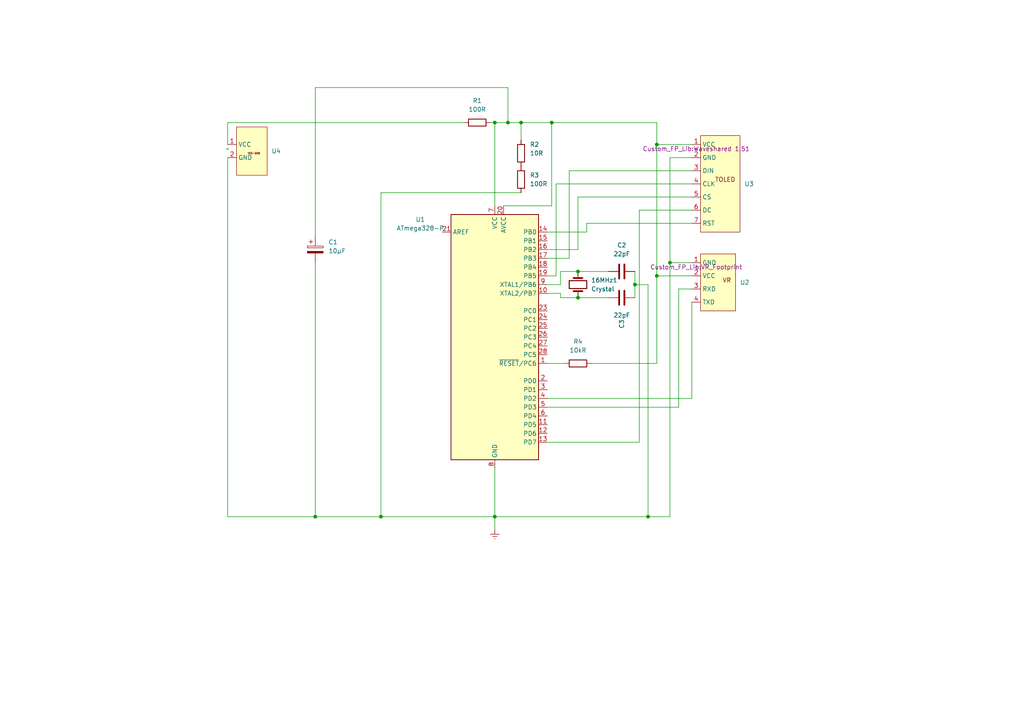
<source format=kicad_sch>
(kicad_sch (version 20230121) (generator eeschema)
  (paper "A4")
  (lib_symbols
    (symbol "Custom_Symbol_Lib:Power-Source"
      (property "Reference" "U" (at 0 0 0))
      (symbol "Power-Source_1_1"
        (rectangle (start 2.54 6.35) (end 11.43 -7.62) (fill (type background)))
        (text "VCC-GND" (at 7.62 -1.27 0) (effects (font (size 0.5 0.5))))
        (pin power_in line (at 0 1.27 0) (length 2.54) (name "VCC") (number "1"))
        (pin power_out line (at 0 -2.54 0) (length 2.54) (name "GND") (number "2"))
      )
    )
    (symbol "Custom_Symbol_Lib:VR_Pinout"
      (property "Reference" "U" (at 0 0 0))
      (symbol "VR_Pinout_1_1"
        (polyline (pts (xy 1.27 3.81) (xy 1.27 -12.7) (xy 11.43 -12.7) (xy 11.43 3.81) (xy 1.27 3.81)) (fill (type background)))
        (text "VR" (at 8.89 -3.81 0) (effects (font (size 1.27 1.27))))
        (pin power_out line (at -1.27 1.27 0) (length 2.54) (name "GND") (number "1"))
        (pin power_in line (at -1.27 -2.54 0) (length 2.54) (name "VCC") (number "2"))
        (pin input line (at -1.27 -6.35 0) (length 2.54) (name "RXD") (number "3"))
        (pin output line (at -1.27 -10.16 0) (length 2.54) (name "TXD") (number "4"))
      )
    )
    (symbol "Custom_Symbol_Lib:Waveshare-1.51"
      (property "Reference" "U" (at 0 0 0))
      (symbol "Waveshare-1.51_1_1"
        (rectangle (start 1.27 3.81) (end 12.7 -24.13) (fill (type background)))
        (text "TOLED " (at 8.89 -8.89 0) (effects (font (size 1.27 1.27))))
        (pin power_in line (at -1.27 1.27 0) (length 2.54) (name "VCC") (number "1"))
        (pin power_out line (at -1.27 -2.54 0) (length 2.54) (name "GND") (number "2"))
        (pin bidirectional line (at -1.27 -6.35 0) (length 2.54) (name "DIN") (number "3"))
        (pin bidirectional line (at -1.27 -10.16 0) (length 2.54) (name "CLK") (number "4"))
        (pin bidirectional line (at -1.27 -13.97 0) (length 2.54) (name "CS") (number "5"))
        (pin bidirectional line (at -1.27 -17.78 0) (length 2.54) (name "DC") (number "6"))
        (pin bidirectional line (at -1.27 -21.59 0) (length 2.54) (name "RST") (number "7"))
      )
    )
    (symbol "Device:C" (pin_numbers hide) (pin_names (offset 0.254))
      (property "Reference" "C" (at 0.635 2.54 0))
      (property "Value" "C" (at 0.635 -2.54 0))
      (symbol "C_0_1"
        (polyline (pts (xy -2.032 -0.762) (xy 2.032 -0.762)) (stroke (width 0.508)))
        (polyline (pts (xy -2.032 0.762) (xy 2.032 0.762)) (stroke (width 0.508)))
      )
      (symbol "C_1_1"
        (pin passive line (at 0 3.81 270) (length 2.794) (name "~") (number "1"))
        (pin passive line (at 0 -3.81 90) (length 2.794) (name "~") (number "2"))
      )
    )
    (symbol "Device:C_Polarized" (pin_numbers hide) (pin_names (offset 0.254))
      (property "Reference" "C" (at 0.635 2.54 0))
      (property "Value" "C_Polarized" (at 0.635 -2.54 0))
      (symbol "C_Polarized_0_1"
        (rectangle (start -2.286 0.508) (end 2.286 1.016))
        (polyline (pts (xy -1.778 2.286) (xy -0.762 2.286)))
        (polyline (pts (xy -1.27 2.794) (xy -1.27 1.778)))
        (rectangle (start 2.286 -0.508) (end -2.286 -1.016) (fill (type outline)))
      )
      (symbol "C_Polarized_1_1"
        (pin passive line (at 0 3.81 270) (length 2.794) (name "~") (number "1"))
        (pin passive line (at 0 -3.81 90) (length 2.794) (name "~") (number "2"))
      )
    )
    (symbol "Device:Crystal" (pin_numbers hide) (pin_names (offset 1.016) hide)
      (property "Reference" "Y" (at 0 3.81 0))
      (property "Value" "Crystal" (at 0 -3.81 0))
      (symbol "Crystal_0_1"
        (rectangle (start -1.143 2.54) (end 1.143 -2.54) (stroke (width 0.3048)))
        (polyline (pts (xy -2.54 0) (xy -1.905 0)))
        (polyline (pts (xy -1.905 -1.27) (xy -1.905 1.27)) (stroke (width 0.508)))
        (polyline (pts (xy 1.905 -1.27) (xy 1.905 1.27)) (stroke (width 0.508)))
        (polyline (pts (xy 2.54 0) (xy 1.905 0)))
      )
      (symbol "Crystal_1_1"
        (pin passive line (at -3.81 0 0) (length 1.27) (name "1") (number "1"))
        (pin passive line (at 3.81 0 180) (length 1.27) (name "2") (number "2"))
      )
    )
    (symbol "Device:R" (pin_numbers hide) (pin_names (offset 0))
      (property "Reference" "R" (at 2.032 0 90))
      (property "Value" "R" (at 0 0 90))
      (symbol "R_0_1"
        (rectangle (start -1.016 -2.54) (end 1.016 2.54) (stroke (width 0.254)))
      )
      (symbol "R_1_1"
        (pin passive line (at 0 3.81 270) (length 1.27) (name "~") (number "1"))
        (pin passive line (at 0 -3.81 90) (length 1.27) (name "~") (number "2"))
      )
    )
    (symbol "MCU_Microchip_ATmega:ATmega328-P"
      (property "Reference" "U" (at -12.7 36.83 0))
      (property "Value" "ATmega328-P" (at 2.54 -36.83 0))
      (symbol "ATmega328-P_0_1"
        (rectangle (start -12.7 -35.56) (end 12.7 35.56) (stroke (width 0.254)) (fill (type background)))
      )
      (symbol "ATmega328-P_1_1"
        (pin bidirectional line (at 15.24 -7.62 180) (length 2.54) (name "~{RESET}/PC6") (number "1"))
        (pin bidirectional line (at 15.24 12.7 180) (length 2.54) (name "XTAL2/PB7") (number "10"))
        (pin bidirectional line (at 15.24 -25.4 180) (length 2.54) (name "PD5") (number "11"))
        (pin bidirectional line (at 15.24 -27.94 180) (length 2.54) (name "PD6") (number "12"))
        (pin bidirectional line (at 15.24 -30.48 180) (length 2.54) (name "PD7") (number "13"))
        (pin bidirectional line (at 15.24 30.48 180) (length 2.54) (name "PB0") (number "14"))
        (pin bidirectional line (at 15.24 27.94 180) (length 2.54) (name "PB1") (number "15"))
        (pin bidirectional line (at 15.24 25.4 180) (length 2.54) (name "PB2") (number "16"))
        (pin bidirectional line (at 15.24 22.86 180) (length 2.54) (name "PB3") (number "17"))
        (pin bidirectional line (at 15.24 20.32 180) (length 2.54) (name "PB4") (number "18"))
        (pin bidirectional line (at 15.24 17.78 180) (length 2.54) (name "PB5") (number "19"))
        (pin bidirectional line (at 15.24 -12.7 180) (length 2.54) (name "PD0") (number "2"))
        (pin power_in line (at 2.54 38.1 270) (length 2.54) (name "AVCC") (number "20"))
        (pin passive line (at -15.24 30.48 0) (length 2.54) (name "AREF") (number "21"))
        (pin passive line (at 0 -38.1 90) (length 2.54) hide (name "GND") (number "22"))
        (pin bidirectional line (at 15.24 7.62 180) (length 2.54) (name "PC0") (number "23"))
        (pin bidirectional line (at 15.24 5.08 180) (length 2.54) (name "PC1") (number "24"))
        (pin bidirectional line (at 15.24 2.54 180) (length 2.54) (name "PC2") (number "25"))
        (pin bidirectional line (at 15.24 0 180) (length 2.54) (name "PC3") (number "26"))
        (pin bidirectional line (at 15.24 -2.54 180) (length 2.54) (name "PC4") (number "27"))
        (pin bidirectional line (at 15.24 -5.08 180) (length 2.54) (name "PC5") (number "28"))
        (pin bidirectional line (at 15.24 -15.24 180) (length 2.54) (name "PD1") (number "3"))
        (pin bidirectional line (at 15.24 -17.78 180) (length 2.54) (name "PD2") (number "4"))
        (pin bidirectional line (at 15.24 -20.32 180) (length 2.54) (name "PD3") (number "5"))
        (pin bidirectional line (at 15.24 -22.86 180) (length 2.54) (name "PD4") (number "6"))
        (pin power_in line (at 0 38.1 270) (length 2.54) (name "VCC") (number "7"))
        (pin power_in line (at 0 -38.1 90) (length 2.54) (name "GND") (number "8"))
        (pin bidirectional line (at 15.24 15.24 180) (length 2.54) (name "XTAL1/PB6") (number "9"))
      )
    )
    (symbol "power:Earth" (power) (pin_names (offset 0))
      (symbol "Earth_0_1"
        (polyline (pts (xy -0.635 -1.905) (xy 0.635 -1.905)))
        (polyline (pts (xy -0.127 -2.54) (xy 0.127 -2.54)))
        (polyline (pts (xy 0 -1.27) (xy 0 0)))
        (polyline (pts (xy 1.27 -1.27) (xy -1.27 -1.27)))
      )
      (symbol "Earth_1_1"
        (pin power_in line (at 0 0 270) (length 0) hide (name "Earth") (number "1"))
      )
    )
  )
  (junction (at 91.44 149.86))
  (junction (at 143.51 149.86))
  (junction (at 190.5 41.91))
  (junction (at 143.51 35.56))
  (junction (at 167.64 78.74))
  (junction (at 167.64 86.36))
  (junction (at 187.96 149.86))
  (junction (at 151.13 35.56))
  (junction (at 110.49 149.86))
  (junction (at 160.02 35.56))
  (junction (at 190.5 80.01))
  (junction (at 184.15 82.55))
  (junction (at 147.32 35.56))
  (junction (at 194.31 76.2))
  (wire (pts (xy 160.02 35.56) (xy 190.5 35.56)))
  (wire (pts (xy 161.29 53.34) (xy 161.29 80.01)))
  (wire (pts (xy 187.96 82.55) (xy 187.96 149.86)))
  (wire (pts (xy 66.04 149.86) (xy 91.44 149.86)))
  (wire (pts (xy 184.15 82.55) (xy 187.96 82.55)))
  (wire (pts (xy 91.44 149.86) (xy 110.49 149.86)))
  (wire (pts (xy 161.29 80.01) (xy 158.75 80.01)))
  (wire (pts (xy 91.44 25.4) (xy 147.32 25.4)))
  (wire (pts (xy 66.04 41.91) (xy 66.04 35.56)))
  (wire (pts (xy 162.56 86.36) (xy 167.64 86.36)))
  (wire (pts (xy 160.02 59.69) (xy 160.02 35.56)))
  (wire (pts (xy 170.18 67.31) (xy 158.75 67.31)))
  (wire (pts (xy 194.31 45.72) (xy 200.66 45.72)))
  (wire (pts (xy 147.32 25.4) (xy 147.32 35.56)))
  (wire (pts (xy 142.24 35.56) (xy 143.51 35.56)))
  (wire (pts (xy 110.49 149.86) (xy 143.51 149.86)))
  (wire (pts (xy 190.5 41.91) (xy 190.5 80.01)))
  (wire (pts (xy 158.75 85.09) (xy 162.56 85.09)))
  (wire (pts (xy 143.51 149.86) (xy 143.51 153.67)))
  (wire (pts (xy 158.75 105.41) (xy 163.83 105.41)))
  (wire (pts (xy 151.13 35.56) (xy 160.02 35.56)))
  (wire (pts (xy 187.96 149.86) (xy 194.31 149.86)))
  (wire (pts (xy 170.18 64.77) (xy 170.18 67.31)))
  (wire (pts (xy 200.66 60.96) (xy 185.42 60.96)))
  (wire (pts (xy 190.5 80.01) (xy 190.5 105.41)))
  (wire (pts (xy 146.05 59.69) (xy 160.02 59.69)))
  (wire (pts (xy 147.32 35.56) (xy 151.13 35.56)))
  (wire (pts (xy 165.1 49.53) (xy 165.1 74.93)))
  (wire (pts (xy 167.64 72.39) (xy 158.75 72.39)))
  (wire (pts (xy 194.31 45.72) (xy 194.31 76.2)))
  (wire (pts (xy 196.85 83.82) (xy 196.85 118.11)))
  (wire (pts (xy 184.15 78.74) (xy 184.15 82.55)))
  (wire (pts (xy 200.66 57.15) (xy 167.64 57.15)))
  (wire (pts (xy 200.66 83.82) (xy 196.85 83.82)))
  (wire (pts (xy 194.31 76.2) (xy 200.66 76.2)))
  (wire (pts (xy 162.56 82.55) (xy 162.56 78.74)))
  (wire (pts (xy 200.66 53.34) (xy 161.29 53.34)))
  (wire (pts (xy 165.1 74.93) (xy 158.75 74.93)))
  (wire (pts (xy 200.66 64.77) (xy 170.18 64.77)))
  (wire (pts (xy 194.31 76.2) (xy 194.31 149.86)))
  (wire (pts (xy 190.5 41.91) (xy 200.66 41.91)))
  (wire (pts (xy 143.51 35.56) (xy 143.51 59.69)))
  (wire (pts (xy 162.56 85.09) (xy 162.56 86.36)))
  (wire (pts (xy 151.13 35.56) (xy 151.13 40.64)))
  (wire (pts (xy 167.64 57.15) (xy 167.64 72.39)))
  (wire (pts (xy 185.42 128.27) (xy 158.75 128.27)))
  (wire (pts (xy 143.51 35.56) (xy 147.32 35.56)))
  (wire (pts (xy 200.66 87.63) (xy 200.66 115.57)))
  (wire (pts (xy 190.5 80.01) (xy 200.66 80.01)))
  (wire (pts (xy 196.85 118.11) (xy 158.75 118.11)))
  (wire (pts (xy 190.5 35.56) (xy 190.5 41.91)))
  (wire (pts (xy 91.44 25.4) (xy 91.44 68.58)))
  (wire (pts (xy 110.49 55.88) (xy 110.49 149.86)))
  (wire (pts (xy 66.04 45.72) (xy 66.04 149.86)))
  (wire (pts (xy 167.64 78.74) (xy 176.53 78.74)))
  (wire (pts (xy 171.45 105.41) (xy 190.5 105.41)))
  (wire (pts (xy 151.13 55.88) (xy 110.49 55.88)))
  (wire (pts (xy 200.66 115.57) (xy 158.75 115.57)))
  (wire (pts (xy 162.56 78.74) (xy 167.64 78.74)))
  (wire (pts (xy 184.15 82.55) (xy 184.15 86.36)))
  (wire (pts (xy 185.42 60.96) (xy 185.42 128.27)))
  (wire (pts (xy 66.04 35.56) (xy 134.62 35.56)))
  (wire (pts (xy 91.44 76.2) (xy 91.44 149.86)))
  (wire (pts (xy 158.75 82.55) (xy 162.56 82.55)))
  (wire (pts (xy 167.64 86.36) (xy 176.53 86.36)))
  (wire (pts (xy 143.51 149.86) (xy 143.51 135.89)))
  (wire (pts (xy 187.96 149.86) (xy 143.51 149.86)))
  (wire (pts (xy 200.66 49.53) (xy 165.1 49.53)))
  (symbol (lib_id "Custom_Symbol_Lib:VR_Pinout") (at 201.93 77.47 0) (unit 1)
    (property "Reference" "U2" (at 214.63 81.915 0) (effects (justify left)))
    (property "Value" "~" (at 201.93 77.47 0))
    (property "Footprint" "Custom_FP_Lib:VR_Footprint" (at 201.93 77.47 0))
  )
  (symbol (lib_id "Device:R") (at 151.13 52.07 180) (unit 1)
    (property "Reference" "R3" (at 153.67 50.8 0) (effects (justify right)))
    (property "Value" "100R" (at 153.67 53.34 0) (effects (justify right)))
    (property "Footprint" "Custom_FP_Lib:Through-Hole Resistor" (effects hide))
  )
  (symbol (lib_id "Custom_Symbol_Lib:Waveshare-1.51") (at 201.93 43.18 0) (unit 1)
    (property "Reference" "U3" (at 215.9 53.34 0) (effects (justify left)))
    (property "Value" "~" (at 201.93 43.18 0))
    (property "Footprint" "Custom_FP_Lib:Waveshared 1.51" (at 201.93 43.18 0))
  )
  (symbol (lib_id "Custom_Symbol_Lib:Power-Source") (at 66.04 43.18 0) (unit 1)
    (property "Reference" "U4" (at 78.74 43.815 0) (effects (justify left)))
    (property "Value" "~" (at 66.04 43.18 0))
    (property "Footprint" "Custom_FP_Lib:Power-Source" (effects hide))
  )
  (symbol (lib_id "MCU_Microchip_ATmega:ATmega328-P") (at 143.51 97.79 0) (unit 1)
    (property "Reference" "U1" (at 121.92 63.6621 0))
    (property "Value" "ATmega328-P" (at 121.92 66.2021 0))
    (property "Footprint" "Package_DIP:DIP-28_W7.62mm_Socket" (effects hide))
    (property "Datasheet" "http://ww1.microchip.com/downloads/en/DeviceDoc/ATmega328_P%20AVR%20MCU%20with%20picoPower%20Technology%20Data%20Sheet%2040001984A.pdf" (effects hide))
  )
  (symbol (lib_id "Device:Crystal") (at 167.64 82.55 90) (unit 1)
    (property "Reference" "16MHz1" (at 171.45 81.28 90) (effects (justify right)))
    (property "Value" "Crystal" (at 171.45 83.82 90) (effects (justify right)))
    (property "Footprint" "Crystal:Crystal_HC49-4H_Vertical" (effects hide))
  )
  (symbol (lib_id "Device:C") (at 180.34 78.74 90) (unit 1) (in_bom no)
    (property "Reference" "C2" (at 180.34 71.12 90))
    (property "Value" "22pF" (at 180.34 73.66 90))
    (property "Footprint" "Custom_FP_Lib:Through-Hole Cap" (effects hide))
  )
  (symbol (lib_id "Device:C") (at 180.34 86.36 90) (unit 1)
    (property "Reference" "C3" (at 180.34 93.98 0))
    (property "Value" "22pF" (at 180.34 91.44 90))
    (property "Footprint" "Custom_FP_Lib:Through-Hole Cap" (effects hide))
  )
  (symbol (lib_id "Device:R") (at 138.43 35.56 90) (unit 1)
    (property "Reference" "R1" (at 138.43 29.21 90))
    (property "Value" "100R" (at 138.43 31.75 90))
    (property "Footprint" "Custom_FP_Lib:Through-Hole Resistor" (effects hide))
  )
  (symbol (lib_id "Device:R") (at 167.64 105.41 90) (unit 1)
    (property "Reference" "R4" (at 167.64 99.06 90))
    (property "Value" "10kR" (at 167.64 101.6 90))
    (property "Footprint" "Custom_FP_Lib:Through-Hole Resistor" (effects hide))
  )
  (symbol (lib_id "power:Earth") (at 143.51 153.67 0) (unit 1)
    (property "Reference" "#PWR02" (effects hide))
    (property "Value" "Earth" (effects hide))
  )
  (symbol (lib_id "Device:R") (at 151.13 44.45 0) (unit 1)
    (property "Reference" "R2" (at 153.67 41.91 0) (effects (justify left)))
    (property "Value" "10R" (at 153.67 44.45 0) (effects (justify left)))
    (property "Footprint" "Custom_FP_Lib:Through-Hole Resistor" (effects hide))
  )
  (symbol (lib_id "Device:C_Polarized") (at 91.44 72.39 0) (unit 1)
    (property "Reference" "C1" (at 95.25 70.231 0) (effects (justify left)))
    (property "Value" "10µF" (at 95.25 72.771 0) (effects (justify left)))
    (property "Footprint" "Custom_FP_Lib:Through-Hole Cap" (effects hide))
  )
)
</source>
